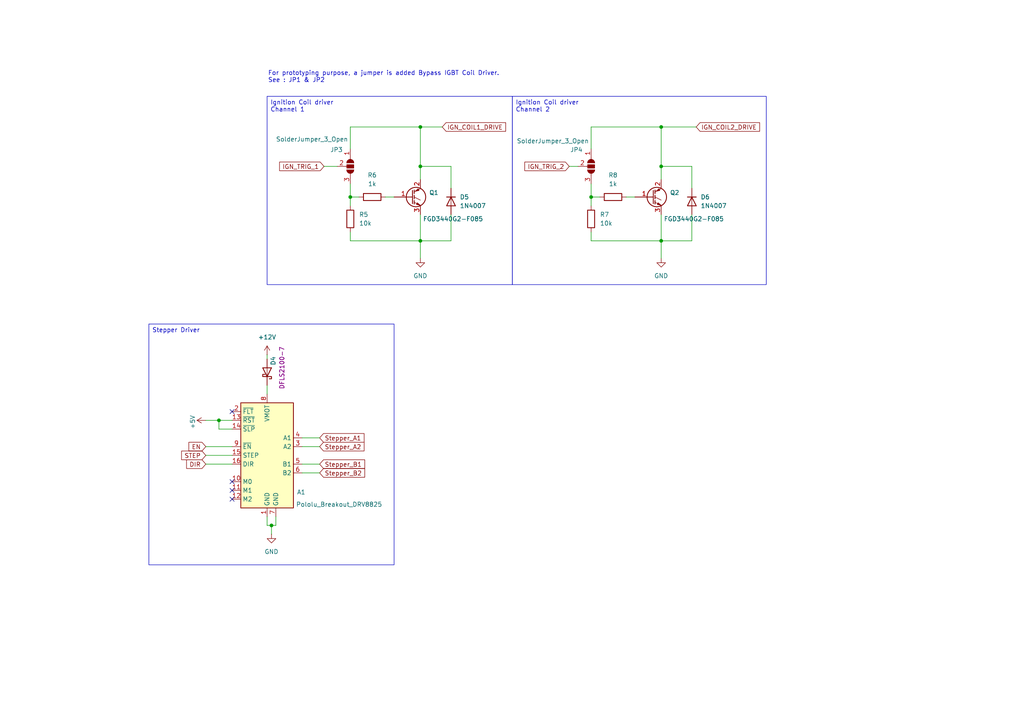
<source format=kicad_sch>
(kicad_sch (version 20231120) (generator "eeschema") (generator_version "8.0")
  (paper "A4")
  (lib_symbols
    (symbol "+12V_1" (power) (pin_numbers hide) (pin_names (offset 0) hide)
      (property "Value" "+12V" (at 0 3.556 0))
      (symbol "+12V_1_0_1"
        (polyline (pts (xy -0.762 1.27) (xy 0 2.54)))
        (polyline (pts (xy 0 0) (xy 0 2.54)))
        (polyline (pts (xy 0 2.54) (xy 0.762 1.27)))
      )
      (symbol "+12V_1_1_1"
        (pin power_in line (at 0 0 90) (length 0) (name "~") (number "1"))
      )
    )
    (symbol "Device:D" (pin_numbers hide) (pin_names (offset 1.016) hide)
      (property "Reference" "D" (at 0 2.54 0))
      (property "Value" "D" (at 0 -2.54 0))
      (symbol "D_0_1"
        (polyline (pts (xy -1.27 1.27) (xy -1.27 -1.27)) (stroke (width 0.254)))
        (polyline (pts (xy 1.27 0) (xy -1.27 0)))
        (polyline (pts (xy 1.27 1.27) (xy 1.27 -1.27) (xy -1.27 0) (xy 1.27 1.27)) (stroke (width 0.254)))
      )
      (symbol "D_1_1"
        (pin passive line (at -3.81 0 0) (length 2.54) (name "K") (number "1"))
        (pin passive line (at 3.81 0 180) (length 2.54) (name "A") (number "2"))
      )
    )
    (symbol "Device:D_Schottky" (pin_numbers hide) (pin_names (offset 1.016) hide)
      (property "Reference" "D" (at 0 2.54 0))
      (property "Value" "D_Schottky" (at 0 -2.54 0))
      (symbol "D_Schottky_0_1"
        (polyline (pts (xy 1.27 0) (xy -1.27 0)))
        (polyline (pts (xy 1.27 1.27) (xy 1.27 -1.27) (xy -1.27 0) (xy 1.27 1.27)) (stroke (width 0.254)))
        (polyline (pts (xy -1.905 0.635) (xy -1.905 1.27) (xy -1.27 1.27) (xy -1.27 -1.27) (xy -0.635 -1.27) (xy -0.635 -0.635)) (stroke (width 0.254)))
      )
      (symbol "D_Schottky_1_1"
        (pin passive line (at -3.81 0 0) (length 2.54) (name "K") (number "1"))
        (pin passive line (at 3.81 0 180) (length 2.54) (name "A") (number "2"))
      )
    )
    (symbol "Device:Q_NIGBT_GCE" (pin_names (offset 0) hide)
      (property "Reference" "Q" (at 5.08 1.27 0))
      (property "Value" "Q_NIGBT_GCE" (at 5.08 -1.27 0))
      (symbol "Q_NIGBT_GCE_0_1"
        (polyline (pts (xy 0.762 -1.016) (xy 0.762 -2.032)) (stroke (width 0.254)))
        (polyline (pts (xy 0.762 0.508) (xy 0.762 -0.508)) (stroke (width 0.254)))
        (polyline (pts (xy 0.762 2.032) (xy 0.762 1.016)) (stroke (width 0.254)))
        (polyline (pts (xy 2.54 -2.413) (xy 0.762 -1.524)))
        (polyline (pts (xy 2.54 -0.889) (xy 0.762 0)))
        (polyline (pts (xy 2.54 2.413) (xy 0.762 1.524)))
        (polyline (pts (xy 0.254 1.905) (xy 0.254 -1.905) (xy 0.254 -1.905)) (stroke (width 0.254)))
        (polyline (pts (xy 1.397 -2.159) (xy 1.651 -1.651) (xy 2.54 -2.413) (xy 1.397 -2.159)) (fill (type outline)))
        (polyline (pts (xy 2.159 1.905) (xy 1.905 2.413) (xy 1.016 1.651) (xy 2.159 1.905)) (fill (type outline)))
        (circle (center 1.27 0) (radius 2.8194) (stroke (width 0.254)))
      )
      (symbol "Q_NIGBT_GCE_1_1"
        (pin input line (at -5.08 0 0) (length 5.334) (name "G") (number "1"))
        (pin passive line (at 2.54 5.08 270) (length 2.54) (name "C") (number "2"))
        (pin passive line (at 2.54 -5.08 90) (length 2.54) (name "E") (number "3"))
      )
    )
    (symbol "Device:R" (pin_numbers hide) (pin_names (offset 0))
      (property "Reference" "R" (at 2.032 0 90))
      (property "Value" "R" (at 0 0 90))
      (symbol "R_0_1"
        (rectangle (start -1.016 -2.54) (end 1.016 2.54) (stroke (width 0.254)))
      )
      (symbol "R_1_1"
        (pin passive line (at 0 3.81 270) (length 1.27) (name "~") (number "1"))
        (pin passive line (at 0 -3.81 90) (length 1.27) (name "~") (number "2"))
      )
    )
    (symbol "Driver_Motor:Pololu_Breakout_DRV8825"
      (property "Reference" "A" (at -2.54 16.51 0))
      (property "Value" "Pololu_Breakout_DRV8825" (at -2.54 13.97 0))
      (symbol "Pololu_Breakout_DRV8825_0_1"
        (rectangle (start 7.62 -17.78) (end -7.62 12.7) (stroke (width 0.254)) (fill (type background)))
      )
      (symbol "Pololu_Breakout_DRV8825_1_1"
        (pin power_in line (at 0 -20.32 90) (length 2.54) (name "GND") (number "1"))
        (pin input line (at -10.16 -10.16 0) (length 2.54) (name "M0") (number "10"))
        (pin input line (at -10.16 -12.7 0) (length 2.54) (name "M1") (number "11"))
        (pin input line (at -10.16 -15.24 0) (length 2.54) (name "M2") (number "12"))
        (pin input line (at -10.16 7.62 0) (length 2.54) (name "~{RST}") (number "13"))
        (pin input line (at -10.16 5.08 0) (length 2.54) (name "~{SLP}") (number "14"))
        (pin input line (at -10.16 -2.54 0) (length 2.54) (name "STEP") (number "15"))
        (pin input line (at -10.16 -5.08 0) (length 2.54) (name "DIR") (number "16"))
        (pin output line (at -10.16 10.16 0) (length 2.54) (name "~{FLT}") (number "2"))
        (pin output line (at 10.16 0 180) (length 2.54) (name "A2") (number "3"))
        (pin output line (at 10.16 2.54 180) (length 2.54) (name "A1") (number "4"))
        (pin output line (at 10.16 -5.08 180) (length 2.54) (name "B1") (number "5"))
        (pin output line (at 10.16 -7.62 180) (length 2.54) (name "B2") (number "6"))
        (pin power_in line (at 2.54 -20.32 90) (length 2.54) (name "GND") (number "7"))
        (pin power_in line (at 0 15.24 270) (length 2.54) (name "VMOT") (number "8"))
        (pin input line (at -10.16 0 0) (length 2.54) (name "~{EN}") (number "9"))
      )
    )
    (symbol "GND_1" (power) (pin_numbers hide) (pin_names (offset 0) hide)
      (property "Value" "GND" (at 0 -3.81 0))
      (symbol "GND_1_0_1"
        (polyline (pts (xy 0 0) (xy 0 -1.27) (xy 1.27 -1.27) (xy 0 -2.54) (xy -1.27 -1.27) (xy 0 -1.27)))
      )
      (symbol "GND_1_1_1"
        (pin power_in line (at 0 0 270) (length 0) (name "~") (number "1"))
      )
    )
    (symbol "Jumper:SolderJumper_3_Open" (pin_names (offset 0) hide) (exclude_from_sim yes) (in_bom no)
      (property "Reference" "JP" (at -2.54 -2.54 0))
      (property "Value" "SolderJumper_3_Open" (at 0 2.794 0))
      (symbol "SolderJumper_3_Open_0_1"
        (arc (start -1.016 1.016) (mid -2.0276 0) (end -1.016 -1.016))
        (arc (start -1.016 1.016) (mid -2.0276 0) (end -1.016 -1.016) (fill (type outline)))
        (rectangle (start -0.508 1.016) (end 0.508 -1.016) (fill (type outline)))
        (polyline (pts (xy -2.54 0) (xy -2.032 0)))
        (polyline (pts (xy -1.016 1.016) (xy -1.016 -1.016)))
        (polyline (pts (xy 0 -1.27) (xy 0 -1.016)))
        (polyline (pts (xy 1.016 1.016) (xy 1.016 -1.016)))
        (polyline (pts (xy 2.54 0) (xy 2.032 0)))
        (arc (start 1.016 -1.016) (mid 2.0276 0) (end 1.016 1.016))
        (arc (start 1.016 -1.016) (mid 2.0276 0) (end 1.016 1.016) (fill (type outline)))
      )
      (symbol "SolderJumper_3_Open_1_1"
        (pin passive line (at -5.08 0 0) (length 2.54) (name "A") (number "1"))
        (pin passive line (at 0 -3.81 90) (length 2.54) (name "C") (number "2"))
        (pin passive line (at 5.08 0 180) (length 2.54) (name "B") (number "3"))
      )
    )
    (symbol "power:+5V" (power) (pin_names (offset 0))
      (property "Value" "+5V" (at 0 3.556 0))
      (symbol "+5V_0_1"
        (polyline (pts (xy -0.762 1.27) (xy 0 2.54)))
        (polyline (pts (xy 0 0) (xy 0 2.54)))
        (polyline (pts (xy 0 2.54) (xy 0.762 1.27)))
      )
      (symbol "+5V_1_1"
        (pin power_in line (at 0 0 90) (length 0) hide (name "+5V") (number "1"))
      )
    )
    (symbol "power:GND" (power) (pin_names (offset 0))
      (property "Value" "GND" (at 0 -3.81 0))
      (symbol "GND_0_1"
        (polyline (pts (xy 0 0) (xy 0 -1.27) (xy 1.27 -1.27) (xy 0 -2.54) (xy -1.27 -1.27) (xy 0 -1.27)))
      )
      (symbol "GND_1_1"
        (pin power_in line (at 0 0 270) (length 0) hide (name "GND") (number "1"))
      )
    )
  )
  (junction (at 121.92 48.26))
  (junction (at 63.5 121.92))
  (junction (at 191.77 69.85))
  (junction (at 171.45 57.15))
  (junction (at 101.6 57.15))
  (junction (at 121.92 69.85))
  (junction (at 78.74 152.4))
  (junction (at 191.77 48.26))
  (junction (at 191.77 36.83))
  (junction (at 121.92 36.83))
  (no_connect (at 67.31 139.7))
  (no_connect (at 67.31 119.38))
  (no_connect (at 67.31 142.24))
  (no_connect (at 67.31 144.78))
  (wire (pts (xy 59.69 132.08) (xy 67.31 132.08)))
  (wire (pts (xy 67.31 124.46) (xy 63.5 124.46)))
  (wire (pts (xy 171.45 69.85) (xy 191.77 69.85)))
  (wire (pts (xy 101.6 43.18) (xy 101.6 36.83)))
  (wire (pts (xy 80.01 152.4) (xy 80.01 149.86)))
  (wire (pts (xy 200.66 48.26) (xy 191.77 48.26)))
  (wire (pts (xy 171.45 57.15) (xy 173.99 57.15)))
  (wire (pts (xy 171.45 53.34) (xy 171.45 57.15)))
  (wire (pts (xy 121.92 48.26) (xy 121.92 52.07)))
  (wire (pts (xy 171.45 57.15) (xy 171.45 59.69)))
  (wire (pts (xy 59.69 134.62) (xy 67.31 134.62)))
  (wire (pts (xy 121.92 69.85) (xy 130.81 69.85)))
  (wire (pts (xy 78.74 152.4) (xy 80.01 152.4)))
  (wire (pts (xy 121.92 36.83) (xy 128.27 36.83)))
  (wire (pts (xy 121.92 36.83) (xy 121.92 48.26)))
  (wire (pts (xy 191.77 62.23) (xy 191.77 69.85)))
  (wire (pts (xy 121.92 69.85) (xy 121.92 74.93)))
  (wire (pts (xy 181.61 57.15) (xy 184.15 57.15)))
  (wire (pts (xy 171.45 67.31) (xy 171.45 69.85)))
  (wire (pts (xy 171.45 36.83) (xy 171.45 43.18)))
  (wire (pts (xy 63.5 121.92) (xy 67.31 121.92)))
  (wire (pts (xy 63.5 124.46) (xy 63.5 121.92)))
  (wire (pts (xy 101.6 67.31) (xy 101.6 69.85)))
  (wire (pts (xy 130.81 62.23) (xy 130.81 69.85)))
  (wire (pts (xy 78.74 152.4) (xy 78.74 154.94)))
  (wire (pts (xy 93.98 48.26) (xy 97.79 48.26)))
  (wire (pts (xy 101.6 57.15) (xy 101.6 59.69)))
  (wire (pts (xy 77.47 149.86) (xy 77.47 152.4)))
  (wire (pts (xy 87.63 137.16) (xy 92.71 137.16)))
  (wire (pts (xy 101.6 36.83) (xy 121.92 36.83)))
  (wire (pts (xy 111.76 57.15) (xy 114.3 57.15)))
  (wire (pts (xy 165.1 48.26) (xy 167.64 48.26)))
  (wire (pts (xy 59.69 129.54) (xy 67.31 129.54)))
  (wire (pts (xy 121.92 48.26) (xy 130.81 48.26)))
  (wire (pts (xy 191.77 48.26) (xy 191.77 52.07)))
  (wire (pts (xy 191.77 36.83) (xy 201.93 36.83)))
  (wire (pts (xy 200.66 54.61) (xy 200.66 48.26)))
  (wire (pts (xy 200.66 69.85) (xy 191.77 69.85)))
  (wire (pts (xy 200.66 62.23) (xy 200.66 69.85)))
  (wire (pts (xy 191.77 36.83) (xy 191.77 48.26)))
  (wire (pts (xy 121.92 62.23) (xy 121.92 69.85)))
  (wire (pts (xy 191.77 69.85) (xy 191.77 74.93)))
  (wire (pts (xy 101.6 69.85) (xy 121.92 69.85)))
  (wire (pts (xy 87.63 134.62) (xy 92.71 134.62)))
  (wire (pts (xy 77.47 111.76) (xy 77.47 114.3)))
  (wire (pts (xy 101.6 53.34) (xy 101.6 57.15)))
  (wire (pts (xy 59.69 121.92) (xy 63.5 121.92)))
  (wire (pts (xy 77.47 102.87) (xy 77.47 104.14)))
  (wire (pts (xy 87.63 127) (xy 92.71 127)))
  (wire (pts (xy 87.63 129.54) (xy 92.71 129.54)))
  (wire (pts (xy 77.47 152.4) (xy 78.74 152.4)))
  (wire (pts (xy 101.6 57.15) (xy 104.14 57.15)))
  (wire (pts (xy 171.45 36.83) (xy 191.77 36.83)))
  (wire (pts (xy 130.81 48.26) (xy 130.81 54.61)))
  (text_box "Ignition Coil driver\nChannel 1" (at 77.47 27.94 0) (size 71.12 54.61) (effects (font (size 1.27 1.27)) (justify left top)))
  (text_box "Ignition Coil driver\nChannel 2" (at 148.59 27.94 0) (size 73.66 54.61) (effects (font (size 1.27 1.27)) (justify left top)))
  (text_box "Stepper Driver" (at 43.18 93.98 0) (size 71.12 69.85) (effects (font (size 1.27 1.27)) (justify left top)))
  (text "For prototyping purpose, a jumper is added Bypass IGBT Coil Driver.\nSee : JP1 & JP2" (at 77.724 22.352 0) (effects (font (size 1.27 1.27)) (justify left)))
  (global_label "STEP" (shape input) (at 59.69 132.08 180) (property "Intersheetrefs" "${INTERSHEET_REFS}" (effects (hide yes))))
  (global_label "Stepper_A2" (shape input) (at 92.71 129.54 0) (property "Intersheetrefs" "${INTERSHEET_REFS}" (effects (hide yes))))
  (global_label "Stepper_A1" (shape input) (at 92.71 127 0) (property "Intersheetrefs" "${INTERSHEET_REFS}" (effects (hide yes))))
  (global_label "IGN_COIL2_DRIVE" (shape input) (at 201.93 36.83 0) (property "Intersheetrefs" "${INTERSHEET_REFS}" (effects (hide yes))))
  (global_label "IGN_COIL1_DRIVE" (shape input) (at 128.27 36.83 0) (property "Intersheetrefs" "${INTERSHEET_REFS}" (effects (hide yes))))
  (global_label "Stepper_B1" (shape input) (at 92.71 134.62 0) (property "Intersheetrefs" "${INTERSHEET_REFS}" (effects (hide yes))))
  (global_label "IGN_TRIG_2" (shape input) (at 165.1 48.26 180) (property "Intersheetrefs" "${INTERSHEET_REFS}" (effects (hide yes))))
  (global_label "DIR" (shape input) (at 59.69 134.62 180) (property "Intersheetrefs" "${INTERSHEET_REFS}" (effects (hide yes))))
  (global_label "Stepper_B2" (shape input) (at 92.71 137.16 0) (property "Intersheetrefs" "${INTERSHEET_REFS}" (effects (hide yes))))
  (global_label "EN" (shape input) (at 59.69 129.54 180) (property "Intersheetrefs" "${INTERSHEET_REFS}" (effects (hide yes))))
  (global_label "IGN_TRIG_1" (shape input) (at 93.98 48.26 180) (property "Intersheetrefs" "${INTERSHEET_REFS}" (effects (hide yes))))
  (symbol (lib_name "+12V_1") (lib_id "power:+12V") (at 77.47 102.87 0) (unit 1)
    (property "Reference" "#PWR020" (effects (hide yes)))
    (property "Value" "+12V" (at 77.47 97.79 0))
    (property "Description" "Power symbol creates a global label with name \"+12V\"" (effects (hide yes)))
  )
  (symbol (lib_id "Device:R") (at 107.95 57.15 270) (unit 1)
    (property "Reference" "R6" (at 107.95 50.8 90))
    (property "Value" "1k" (at 107.95 53.34 90))
    (property "Footprint" "Resistor_SMD:R_0805_2012Metric_Pad1.20x1.40mm_HandSolder" (effects (hide yes)))
    (property "Manufacturer" "Yageo" (effects (hide yes)))
    (property "Manufacturer_part" "AC0805FR-7W1KL" (effects (hide yes)))
    (property "Mouser" "https://www.mouser.fr/ProductDetail/YAGEO/AC0805FR-7W1KL" (effects (hide yes)))
  )
  (symbol (lib_id "Device:R") (at 101.6 63.5 180) (unit 1)
    (property "Reference" "R5" (at 104.14 62.2299 0) (effects (justify right)))
    (property "Value" "10k" (at 104.14 64.7699 0) (effects (justify right)))
    (property "Footprint" "Resistor_SMD:R_0805_2012Metric_Pad1.20x1.40mm_HandSolder" (effects (hide yes)))
    (property "Manufacturer" "Yageo" (effects (hide yes)))
    (property "Manufacturer_part" " AC0805FR-7W10KL" (effects (hide yes)))
    (property "Mouser" "https://www.mouser.fr/ProductDetail/603-AC0805FR-7W10KL" (effects (hide yes)))
  )
  (symbol (lib_id "Device:R") (at 177.8 57.15 270) (unit 1)
    (property "Reference" "R8" (at 177.8 50.8 90))
    (property "Value" "1k" (at 177.8 53.34 90))
    (property "Footprint" "Resistor_SMD:R_0805_2012Metric_Pad1.20x1.40mm_HandSolder" (effects (hide yes)))
    (property "Manufacturer" "Yageo" (effects (hide yes)))
    (property "Manufacturer_part" "AC0805FR-7W1KL" (effects (hide yes)))
    (property "Mouser" "https://www.mouser.fr/ProductDetail/YAGEO/AC0805FR-7W1KL" (effects (hide yes)))
  )
  (symbol (lib_id "power:GND") (at 191.77 74.93 0) (unit 1)
    (property "Reference" "#PWR023" (effects (hide yes)))
    (property "Value" "GND" (at 191.77 80.01 0))
  )
  (symbol (lib_id "power:GND") (at 121.92 74.93 0) (unit 1)
    (property "Reference" "#PWR022" (effects (hide yes)))
    (property "Value" "GND" (at 121.92 80.01 0))
  )
  (symbol (lib_id "Driver_Motor:Pololu_Breakout_DRV8825") (at 77.47 129.54 0) (unit 1)
    (property "Reference" "A1" (at 86.106 142.748 0) (effects (justify left)))
    (property "Value" "Pololu_Breakout_DRV8825" (at 85.852 146.304 0) (effects (justify left)))
    (property "Footprint" "Module:Pololu_Breakout-16_15.2x20.3mm" (effects (hide yes)))
    (property "Datasheet" "https://www.pololu.com/product/2982" (effects (hide yes)))
    (property "Description" "Pololu Breakout Board, Stepper Driver DRV8825" (effects (hide yes)))
  )
  (symbol (lib_name "GND_1") (lib_id "power:GND") (at 78.74 154.94 0) (unit 1)
    (property "Reference" "#PWR021" (effects (hide yes)))
    (property "Value" "GND" (at 78.74 160.02 0))
    (property "Description" "Power symbol creates a global label with name \"GND\" , ground" (effects (hide yes)))
  )
  (symbol (lib_id "Device:D") (at 130.81 58.42 270) (unit 1)
    (property "Reference" "D5" (at 133.35 57.1499 90) (effects (justify left)))
    (property "Value" "1N4007" (at 133.35 59.6899 90) (effects (justify left)))
    (property "Footprint" "Diode_THT:D_DO-41_SOD81_P10.16mm_Horizontal" (effects (hide yes)))
    (property "Sim.Device" "D" (effects (hide yes)))
    (property "Sim.Pins" "1=K 2=A" (effects (hide yes)))
  )
  (symbol (lib_id "Device:Q_NIGBT_GCE") (at 189.23 57.15 0) (unit 1)
    (property "Reference" "Q2" (at 194.31 55.8799 0) (effects (justify left)))
    (property "Value" "FGD3440G2-F085" (at 192.532 63.5 0) (effects (justify left)))
    (property "Footprint" "Package_TO_SOT_SMD:TO-252-2" (effects (hide yes)))
    (property "Description" "N-IGBT transistor, gate/collector/emitter" (effects (hide yes)))
  )
  (symbol (lib_id "Device:Q_NIGBT_GCE") (at 119.38 57.15 0) (unit 1)
    (property "Reference" "Q1" (at 124.46 55.8799 0) (effects (justify left)))
    (property "Value" "FGD3440G2-F085" (at 122.682 63.5 0) (effects (justify left)))
    (property "Footprint" "Package_TO_SOT_SMD:TO-252-2" (effects (hide yes)))
    (property "Description" "N-IGBT transistor, gate/collector/emitter" (effects (hide yes)))
  )
  (symbol (lib_id "Jumper:SolderJumper_3_Open") (at 171.45 48.26 270) (unit 1) (exclude_from_sim yes) (in_bom no)
    (property "Reference" "JP4" (at 165.354 43.434 90) (effects (justify left)))
    (property "Value" "SolderJumper_3_Open" (at 149.86 40.894 90) (effects (justify left)))
    (property "Footprint" "Jumper:SolderJumper-3_P1.3mm_Open_RoundedPad1.0x1.5mm" (effects (hide yes)))
    (property "Description" "Solder Jumper, 3-pole, open" (effects (hide yes)))
  )
  (symbol (lib_id "Jumper:SolderJumper_3_Open") (at 101.6 48.26 270) (unit 1) (exclude_from_sim yes) (in_bom no)
    (property "Reference" "JP3" (at 95.758 43.434 90) (effects (justify left)))
    (property "Value" "SolderJumper_3_Open" (at 80.01 40.386 90) (effects (justify left)))
    (property "Footprint" "Jumper:SolderJumper-3_P1.3mm_Open_RoundedPad1.0x1.5mm" (effects (hide yes)))
    (property "Description" "Solder Jumper, 3-pole, open" (effects (hide yes)))
  )
  (symbol (lib_id "Device:R") (at 171.45 63.5 180) (unit 1)
    (property "Reference" "R7" (at 173.99 62.2299 0) (effects (justify right)))
    (property "Value" "10k" (at 173.99 64.7699 0) (effects (justify right)))
    (property "Footprint" "Resistor_SMD:R_0805_2012Metric_Pad1.20x1.40mm_HandSolder" (effects (hide yes)))
    (property "Manufacturer" "Yageo" (effects (hide yes)))
    (property "Manufacturer_part" " AC0805FR-7W10KL" (effects (hide yes)))
    (property "Mouser" "https://www.mouser.fr/ProductDetail/603-AC0805FR-7W10KL" (effects (hide yes)))
  )
  (symbol (lib_id "Device:D_Schottky") (at 77.47 107.95 270) (mirror x) (unit 1)
    (property "Reference" "D4" (at 79.248 104.648 0))
    (property "Value" "D_Schottky" (effects (hide yes)))
    (property "Footprint" "Diode_SMD:D_PowerDI-123" (effects (hide yes)))
    (property "Digikey Part Number" "DFLS2100-7DICT-ND" (effects (hide yes)))
    (property "Manufacturer_Name" "Diodes Inc." (effects (hide yes)))
    (property "Manufacturer_Part_Number" "DFLS2100-7" (at 81.788 106.68 0))
    (property "URL" "https://www.digikey.com/product-detail/en/diodes-incorporated/DFLS2100-7/DFLS2100-7DICT-ND/3451552" (effects (hide yes)))
  )
  (symbol (lib_id "power:+5V") (at 59.69 121.92 90) (unit 1)
    (property "Reference" "#PWR019" (effects (hide yes)))
    (property "Value" "+5V" (at 55.88 124.46 0) (effects (justify left)))
  )
  (symbol (lib_id "Device:D") (at 200.66 58.42 270) (unit 1)
    (property "Reference" "D6" (at 203.2 57.1499 90) (effects (justify left)))
    (property "Value" "1N4007" (at 203.2 59.6899 90) (effects (justify left)))
    (property "Footprint" "Diode_THT:D_DO-41_SOD81_P10.16mm_Horizontal" (effects (hide yes)))
    (property "Sim.Device" "D" (effects (hide yes)))
    (property "Sim.Pins" "1=K 2=A" (effects (hide yes)))
  )
)
</source>
